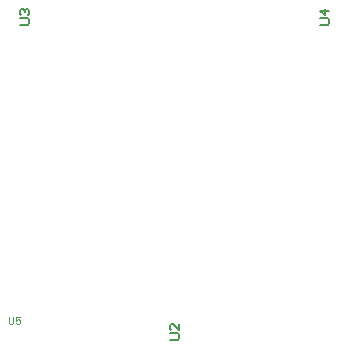
<source format=gm1>
G04*
G04 #@! TF.GenerationSoftware,Altium Limited,Altium Designer,23.0.1 (38)*
G04*
G04 Layer_Color=16711935*
%FSLAX25Y25*%
%MOIN*%
G70*
G04*
G04 #@! TF.SameCoordinates,5643ACED-D155-4500-AF81-F5B34C59678D*
G04*
G04*
G04 #@! TF.FilePolarity,Positive*
G04*
G01*
G75*
%ADD39C,0.00591*%
%ADD40C,0.00394*%
D39*
X278229Y283799D02*
X280853D01*
X281378Y284324D01*
Y285373D01*
X280853Y285898D01*
X278229D01*
X281378Y288522D02*
X278229D01*
X279804Y286948D01*
Y289047D01*
X178229Y283799D02*
X180853D01*
X181378Y284324D01*
Y285373D01*
X180853Y285898D01*
X178229D01*
X178754Y286948D02*
X178229Y287473D01*
Y288522D01*
X178754Y289047D01*
X179279D01*
X179804Y288522D01*
Y287997D01*
Y288522D01*
X180328Y289047D01*
X180853D01*
X181378Y288522D01*
Y287473D01*
X180853Y286948D01*
X228229Y178799D02*
X230853D01*
X231378Y179324D01*
Y180374D01*
X230853Y180898D01*
X228229D01*
X231378Y184047D02*
Y181948D01*
X229279Y184047D01*
X228754D01*
X228229Y183522D01*
Y182473D01*
X228754Y181948D01*
D40*
X174500Y186361D02*
Y184394D01*
X174894Y184000D01*
X175681D01*
X176074Y184394D01*
Y186361D01*
X178436D02*
X176861D01*
Y185181D01*
X177649Y185574D01*
X178042D01*
X178436Y185181D01*
Y184394D01*
X178042Y184000D01*
X177255D01*
X176861Y184394D01*
M02*

</source>
